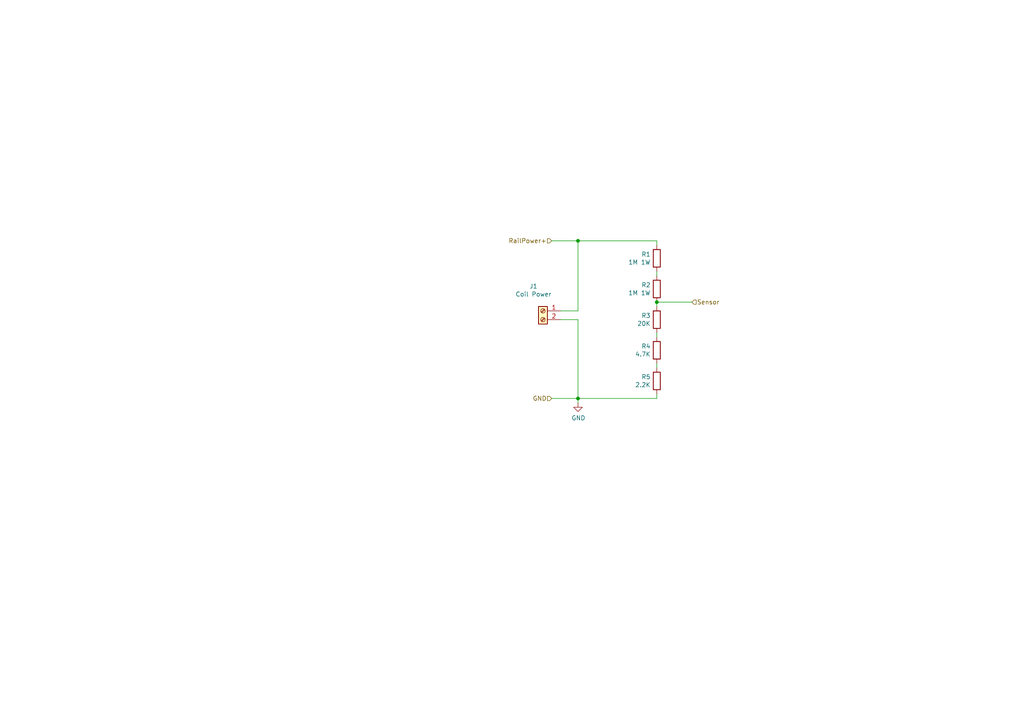
<source format=kicad_sch>
(kicad_sch (version 20211123) (generator eeschema)
  (paper "A4")
  (title_block (title "Voltage Sensor Adapter") (date "2021-05-20") (rev "1"))
  (lib_symbols
    (symbol "Connector:Screw_Terminal_01x02" (pin_names (offset 1.016) hide)
      (property "Reference" "J" (at 0 2.54 0))
      (property "Value" "Screw_Terminal_01x02" (at 0 -5.08 0))
      (symbol "Screw_Terminal_01x02_1_1"
        (rectangle (start -1.27 1.27) (end 1.27 -3.81) (stroke (width 0.254)) (fill (type background)))
        (circle (center 0 -2.54) (radius 0.635) (stroke (width 0.1524)))
        (polyline (pts (xy -0.5334 -2.2098) (xy 0.3302 -3.048)) (stroke (width 0.1524)))
        (polyline (pts (xy -0.5334 0.3302) (xy 0.3302 -0.508)) (stroke (width 0.1524)))
        (polyline (pts (xy -0.3556 -2.032) (xy 0.508 -2.8702)) (stroke (width 0.1524)))
        (polyline (pts (xy -0.3556 0.508) (xy 0.508 -0.3302)) (stroke (width 0.1524)))
        (circle (center 0 0) (radius 0.635) (stroke (width 0.1524)))
        (pin passive line (at -5.08 0 0) (length 3.81) (name "Pin_1") (number "1"))
        (pin passive line (at -5.08 -2.54 0) (length 3.81) (name "Pin_2") (number "2"))
      )
    )
    (symbol "Device:R" (pin_numbers hide) (pin_names (offset 0))
      (property "Reference" "R" (at 2.032 0 90))
      (property "Value" "R" (at 0 0 90))
      (symbol "R_0_1"
        (rectangle (start -1.016 -2.54) (end 1.016 2.54) (stroke (width 0.254)))
      )
      (symbol "R_1_1"
        (pin passive line (at 0 3.81 270) (length 1.27) (name "~") (number "1"))
        (pin passive line (at 0 -3.81 90) (length 1.27) (name "~") (number "2"))
      )
    )
    (symbol "power:GND" (power) (pin_names (offset 0))
      (property "Value" "GND" (at 0 -3.81 0))
      (symbol "GND_0_1"
        (polyline (pts (xy 0 0) (xy 0 -1.27) (xy 1.27 -1.27) (xy 0 -2.54) (xy -1.27 -1.27) (xy 0 -1.27)))
      )
      (symbol "GND_1_1"
        (pin power_in line (at 0 0 270) (length 0) hide (name "GND") (number "1"))
      )
    )
  )
  (junction (at 167.64 69.85))
  (junction (at 190.5 87.63))
  (junction (at 167.64 115.57))
  (wire (pts (xy 167.64 116.84) (xy 167.64 115.57)))
  (wire (pts (xy 167.64 69.85) (xy 167.64 90.17)))
  (wire (pts (xy 190.5 78.74) (xy 190.5 80.01)))
  (wire (pts (xy 190.5 87.63) (xy 190.5 88.9)))
  (wire (pts (xy 167.64 69.85) (xy 190.5 69.85)))
  (wire (pts (xy 200.66 87.63) (xy 190.5 87.63)))
  (wire (pts (xy 167.64 92.71) (xy 162.56 92.71)))
  (wire (pts (xy 190.5 96.52) (xy 190.5 97.79)))
  (wire (pts (xy 167.64 115.57) (xy 190.5 115.57)))
  (wire (pts (xy 190.5 115.57) (xy 190.5 114.3)))
  (wire (pts (xy 160.02 115.57) (xy 167.64 115.57)))
  (wire (pts (xy 190.5 69.85) (xy 190.5 71.12)))
  (wire (pts (xy 190.5 106.68) (xy 190.5 105.41)))
  (wire (pts (xy 167.64 90.17) (xy 162.56 90.17)))
  (wire (pts (xy 167.64 92.71) (xy 167.64 115.57)))
  (wire (pts (xy 160.02 69.85) (xy 167.64 69.85)))
  (hierarchical_label "Sensor" (shape input) (at 200.66 87.63 0))
  (hierarchical_label "GND" (shape input) (at 160.02 115.57 180))
  (hierarchical_label "RailPower+" (shape input) (at 160.02 69.85 180))
  (symbol (lib_id "Connector:Screw_Terminal_01x02") (at 157.48 90.17 0) (mirror y) (unit 1)
    (property "Reference" "J1" (at 154.7368 83.0326 0))
    (property "Value" "Coil Power" (at 154.7368 85.344 0))
    (property "Footprint" "Connector_JST:JST_XH_B2B-XH-A_1x02_P2.50mm_Vertical" (effects hide))
  )
  (symbol (lib_id "Device:R") (at 190.5 110.49 0) (mirror y) (unit 1)
    (property "Reference" "R5" (at 188.722 109.3216 0) (effects (justify left)))
    (property "Value" "2.2K" (at 188.722 111.633 0) (effects (justify left)))
    (property "Footprint" "Resistor_THT:R_Axial_DIN0207_L6.3mm_D2.5mm_P7.62mm_Horizontal" (effects hide))
  )
  (symbol (lib_id "Device:R") (at 190.5 101.6 0) (mirror y) (unit 1)
    (property "Reference" "R4" (at 188.722 100.4316 0) (effects (justify left)))
    (property "Value" "4.7K" (at 188.722 102.743 0) (effects (justify left)))
    (property "Footprint" "Resistor_THT:R_Axial_DIN0207_L6.3mm_D2.5mm_P7.62mm_Horizontal" (effects hide))
  )
  (symbol (lib_id "Device:R") (at 190.5 74.93 0) (mirror y) (unit 1)
    (property "Reference" "R1" (at 188.722 73.7616 0) (effects (justify left)))
    (property "Value" "1M 1W" (at 188.722 76.073 0) (effects (justify left)))
    (property "Footprint" "Resistor_THT:R_Axial_DIN0414_L11.9mm_D4.5mm_P15.24mm_Horizontal" (effects hide))
  )
  (symbol (lib_id "Device:R") (at 190.5 83.82 0) (mirror y) (unit 1)
    (property "Reference" "R2" (at 188.722 82.6516 0) (effects (justify left)))
    (property "Value" "1M 1W" (at 188.722 84.963 0) (effects (justify left)))
    (property "Footprint" "Resistor_THT:R_Axial_DIN0414_L11.9mm_D4.5mm_P15.24mm_Horizontal" (effects hide))
  )
  (symbol (lib_id "Device:R") (at 190.5 92.71 0) (mirror y) (unit 1)
    (property "Reference" "R3" (at 188.722 91.5416 0) (effects (justify left)))
    (property "Value" "20K" (at 188.722 93.853 0) (effects (justify left)))
    (property "Footprint" "Resistor_THT:R_Axial_DIN0207_L6.3mm_D2.5mm_P7.62mm_Horizontal" (effects hide))
  )
  (symbol (lib_id "power:GND") (at 167.64 116.84 0) (unit 1)
    (property "Reference" "#PWR?" (effects hide))
    (property "Value" "GND" (at 167.767 121.2342 0))
  )
)
</source>
